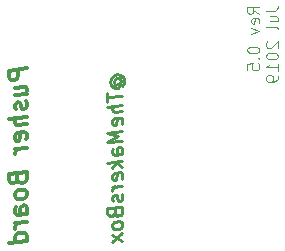
<source format=gbo>
G04 #@! TF.FileFunction,Legend,Bot*
%FSLAX46Y46*%
G04 Gerber Fmt 4.6, Leading zero omitted, Abs format (unit mm)*
G04 Created by KiCad (PCBNEW 4.0.7) date 07/04/19 18:57:09*
%MOMM*%
%LPD*%
G01*
G04 APERTURE LIST*
%ADD10C,0.100000*%
%ADD11C,0.250000*%
%ADD12C,0.375000*%
G04 APERTURE END LIST*
D10*
D11*
X205468238Y-58148482D02*
X205408714Y-58096399D01*
X205349190Y-57984791D01*
X205349190Y-57865744D01*
X205408714Y-57739256D01*
X205468238Y-57672291D01*
X205587286Y-57597886D01*
X205706333Y-57583005D01*
X205825381Y-57627648D01*
X205884905Y-57679732D01*
X205944429Y-57791339D01*
X205944429Y-57910386D01*
X205884905Y-58036875D01*
X205825381Y-58103839D01*
X205349190Y-58163363D02*
X205825381Y-58103839D01*
X205884905Y-58155922D01*
X205884905Y-58215446D01*
X205825381Y-58341934D01*
X205706333Y-58416339D01*
X205408714Y-58453542D01*
X205230143Y-58356815D01*
X205111095Y-58193125D01*
X205051571Y-57962470D01*
X205111095Y-57716934D01*
X205230143Y-57523482D01*
X205408714Y-57382113D01*
X205646810Y-57292827D01*
X205884905Y-57322589D01*
X206063476Y-57419316D01*
X206182524Y-57583005D01*
X206242048Y-57813660D01*
X206182524Y-58059196D01*
X206063476Y-58252649D01*
X204813476Y-58885090D02*
X204813476Y-59599375D01*
X206063476Y-59085982D02*
X204813476Y-59242232D01*
X206063476Y-59859792D02*
X204813476Y-60016042D01*
X206063476Y-60395506D02*
X205408714Y-60477351D01*
X205289667Y-60432709D01*
X205230143Y-60321101D01*
X205230143Y-60142529D01*
X205289667Y-60016042D01*
X205349190Y-59949077D01*
X206003952Y-61474375D02*
X206063476Y-61347887D01*
X206063476Y-61109792D01*
X206003952Y-60998184D01*
X205884905Y-60953541D01*
X205408714Y-61013065D01*
X205289667Y-61087470D01*
X205230143Y-61213958D01*
X205230143Y-61452053D01*
X205289667Y-61563661D01*
X205408714Y-61608303D01*
X205527762Y-61593422D01*
X205646810Y-60983303D01*
X206063476Y-62062173D02*
X204813476Y-62218423D01*
X205706333Y-62523482D01*
X204813476Y-63051756D01*
X206063476Y-62895506D01*
X206063476Y-64026458D02*
X205408714Y-64108303D01*
X205289667Y-64063661D01*
X205230143Y-63952053D01*
X205230143Y-63713958D01*
X205289667Y-63587470D01*
X206003952Y-64033898D02*
X206063476Y-63907411D01*
X206063476Y-63609792D01*
X206003952Y-63498184D01*
X205884905Y-63453541D01*
X205765857Y-63468422D01*
X205646810Y-63542827D01*
X205587286Y-63669315D01*
X205587286Y-63966934D01*
X205527762Y-64093422D01*
X206063476Y-64621696D02*
X204813476Y-64777946D01*
X205587286Y-64800267D02*
X206063476Y-65097887D01*
X205230143Y-65202053D02*
X205706333Y-64666338D01*
X206003952Y-66117232D02*
X206063476Y-65990744D01*
X206063476Y-65752649D01*
X206003952Y-65641041D01*
X205884905Y-65596398D01*
X205408714Y-65655922D01*
X205289667Y-65730327D01*
X205230143Y-65856815D01*
X205230143Y-66094910D01*
X205289667Y-66206518D01*
X205408714Y-66251160D01*
X205527762Y-66236279D01*
X205646810Y-65626160D01*
X206063476Y-66705030D02*
X205230143Y-66809196D01*
X205468238Y-66779434D02*
X205349190Y-66853839D01*
X205289667Y-66920804D01*
X205230143Y-67047291D01*
X205230143Y-67166339D01*
X206003952Y-67426756D02*
X206063476Y-67538364D01*
X206063476Y-67776459D01*
X206003952Y-67902947D01*
X205884905Y-67977352D01*
X205825381Y-67984792D01*
X205706333Y-67940149D01*
X205646810Y-67828542D01*
X205646810Y-67649971D01*
X205587286Y-67538363D01*
X205468238Y-67493720D01*
X205408714Y-67501161D01*
X205289667Y-67575566D01*
X205230143Y-67702054D01*
X205230143Y-67880625D01*
X205289667Y-67992233D01*
X205408714Y-68989257D02*
X205468238Y-69160387D01*
X205527762Y-69212471D01*
X205646810Y-69257114D01*
X205825381Y-69234792D01*
X205944429Y-69160387D01*
X206003952Y-69093423D01*
X206063476Y-68966936D01*
X206063476Y-68490745D01*
X204813476Y-68646995D01*
X204813476Y-69063662D01*
X204873000Y-69175268D01*
X204932524Y-69227352D01*
X205051571Y-69271995D01*
X205170619Y-69257114D01*
X205289667Y-69182709D01*
X205349190Y-69115744D01*
X205408714Y-68989257D01*
X205408714Y-68572590D01*
X206063476Y-69919316D02*
X206003952Y-69807709D01*
X205944429Y-69755625D01*
X205825381Y-69710982D01*
X205468238Y-69755625D01*
X205349190Y-69830030D01*
X205289667Y-69896995D01*
X205230143Y-70023482D01*
X205230143Y-70202054D01*
X205289667Y-70313662D01*
X205349190Y-70365744D01*
X205468238Y-70410387D01*
X205825381Y-70365744D01*
X205944429Y-70291339D01*
X206003952Y-70224376D01*
X206063476Y-70097888D01*
X206063476Y-69919316D01*
X206063476Y-70752649D02*
X205230143Y-71511577D01*
X205230143Y-70856815D02*
X206063476Y-71407411D01*
D10*
X217650381Y-52174524D02*
X217174190Y-51841190D01*
X217650381Y-51603095D02*
X216650381Y-51603095D01*
X216650381Y-51984048D01*
X216698000Y-52079286D01*
X216745619Y-52126905D01*
X216840857Y-52174524D01*
X216983714Y-52174524D01*
X217078952Y-52126905D01*
X217126571Y-52079286D01*
X217174190Y-51984048D01*
X217174190Y-51603095D01*
X217602762Y-52984048D02*
X217650381Y-52888810D01*
X217650381Y-52698333D01*
X217602762Y-52603095D01*
X217507524Y-52555476D01*
X217126571Y-52555476D01*
X217031333Y-52603095D01*
X216983714Y-52698333D01*
X216983714Y-52888810D01*
X217031333Y-52984048D01*
X217126571Y-53031667D01*
X217221810Y-53031667D01*
X217317048Y-52555476D01*
X216983714Y-53365000D02*
X217650381Y-53603095D01*
X216983714Y-53841191D01*
X216650381Y-55174524D02*
X216650381Y-55269763D01*
X216698000Y-55365001D01*
X216745619Y-55412620D01*
X216840857Y-55460239D01*
X217031333Y-55507858D01*
X217269429Y-55507858D01*
X217459905Y-55460239D01*
X217555143Y-55412620D01*
X217602762Y-55365001D01*
X217650381Y-55269763D01*
X217650381Y-55174524D01*
X217602762Y-55079286D01*
X217555143Y-55031667D01*
X217459905Y-54984048D01*
X217269429Y-54936429D01*
X217031333Y-54936429D01*
X216840857Y-54984048D01*
X216745619Y-55031667D01*
X216698000Y-55079286D01*
X216650381Y-55174524D01*
X217555143Y-55936429D02*
X217602762Y-55984048D01*
X217650381Y-55936429D01*
X217602762Y-55888810D01*
X217555143Y-55936429D01*
X217650381Y-55936429D01*
X216650381Y-56888810D02*
X216650381Y-56412619D01*
X217126571Y-56365000D01*
X217078952Y-56412619D01*
X217031333Y-56507857D01*
X217031333Y-56745953D01*
X217078952Y-56841191D01*
X217126571Y-56888810D01*
X217221810Y-56936429D01*
X217459905Y-56936429D01*
X217555143Y-56888810D01*
X217602762Y-56841191D01*
X217650381Y-56745953D01*
X217650381Y-56507857D01*
X217602762Y-56412619D01*
X217555143Y-56365000D01*
X218250381Y-51888810D02*
X218964667Y-51888810D01*
X219107524Y-51841190D01*
X219202762Y-51745952D01*
X219250381Y-51603095D01*
X219250381Y-51507857D01*
X218583714Y-52793572D02*
X219250381Y-52793572D01*
X218583714Y-52365000D02*
X219107524Y-52365000D01*
X219202762Y-52412619D01*
X219250381Y-52507857D01*
X219250381Y-52650715D01*
X219202762Y-52745953D01*
X219155143Y-52793572D01*
X219250381Y-53412619D02*
X219202762Y-53317381D01*
X219107524Y-53269762D01*
X218250381Y-53269762D01*
X218345619Y-54507858D02*
X218298000Y-54555477D01*
X218250381Y-54650715D01*
X218250381Y-54888811D01*
X218298000Y-54984049D01*
X218345619Y-55031668D01*
X218440857Y-55079287D01*
X218536095Y-55079287D01*
X218678952Y-55031668D01*
X219250381Y-54460239D01*
X219250381Y-55079287D01*
X218250381Y-55698334D02*
X218250381Y-55793573D01*
X218298000Y-55888811D01*
X218345619Y-55936430D01*
X218440857Y-55984049D01*
X218631333Y-56031668D01*
X218869429Y-56031668D01*
X219059905Y-55984049D01*
X219155143Y-55936430D01*
X219202762Y-55888811D01*
X219250381Y-55793573D01*
X219250381Y-55698334D01*
X219202762Y-55603096D01*
X219155143Y-55555477D01*
X219059905Y-55507858D01*
X218869429Y-55460239D01*
X218631333Y-55460239D01*
X218440857Y-55507858D01*
X218345619Y-55555477D01*
X218298000Y-55603096D01*
X218250381Y-55698334D01*
X219250381Y-56984049D02*
X219250381Y-56412620D01*
X219250381Y-56698334D02*
X218250381Y-56698334D01*
X218393238Y-56603096D01*
X218488476Y-56507858D01*
X218536095Y-56412620D01*
X219250381Y-57460239D02*
X219250381Y-57650715D01*
X219202762Y-57745954D01*
X219155143Y-57793573D01*
X219012286Y-57888811D01*
X218821810Y-57936430D01*
X218440857Y-57936430D01*
X218345619Y-57888811D01*
X218298000Y-57841192D01*
X218250381Y-57745954D01*
X218250381Y-57555477D01*
X218298000Y-57460239D01*
X218345619Y-57412620D01*
X218440857Y-57365001D01*
X218678952Y-57365001D01*
X218774190Y-57412620D01*
X218821810Y-57460239D01*
X218869429Y-57555477D01*
X218869429Y-57745954D01*
X218821810Y-57841192D01*
X218774190Y-57888811D01*
X218678952Y-57936430D01*
D12*
X197976571Y-56794465D02*
X196476571Y-56981965D01*
X196476571Y-57553393D01*
X196548000Y-57687322D01*
X196619429Y-57749821D01*
X196762286Y-57803393D01*
X196976571Y-57776608D01*
X197119429Y-57687321D01*
X197190857Y-57606965D01*
X197262286Y-57455178D01*
X197262286Y-56883750D01*
X196976571Y-59062322D02*
X197976571Y-58937322D01*
X196976571Y-58419465D02*
X197762286Y-58321250D01*
X197905143Y-58374821D01*
X197976571Y-58508751D01*
X197976571Y-58723036D01*
X197905143Y-58874821D01*
X197833714Y-58955179D01*
X197905143Y-59589107D02*
X197976571Y-59723036D01*
X197976571Y-60008751D01*
X197905143Y-60160536D01*
X197762286Y-60249821D01*
X197690857Y-60258750D01*
X197548000Y-60205179D01*
X197476571Y-60071251D01*
X197476571Y-59856965D01*
X197405143Y-59723036D01*
X197262286Y-59669464D01*
X197190857Y-59678393D01*
X197048000Y-59767679D01*
X196976571Y-59919465D01*
X196976571Y-60133751D01*
X197048000Y-60267679D01*
X197976571Y-60865894D02*
X196476571Y-61053394D01*
X197976571Y-61508751D02*
X197190857Y-61606965D01*
X197048000Y-61553393D01*
X196976571Y-61419465D01*
X196976571Y-61205180D01*
X197048000Y-61053393D01*
X197119429Y-60973036D01*
X197905143Y-62803393D02*
X197976571Y-62651608D01*
X197976571Y-62365894D01*
X197905143Y-62231965D01*
X197762286Y-62178393D01*
X197190857Y-62249822D01*
X197048000Y-62339108D01*
X196976571Y-62490894D01*
X196976571Y-62776608D01*
X197048000Y-62910536D01*
X197190857Y-62964108D01*
X197333714Y-62946251D01*
X197476571Y-62214108D01*
X197976571Y-63508751D02*
X196976571Y-63633751D01*
X197262286Y-63598036D02*
X197119429Y-63687321D01*
X197048000Y-63767679D01*
X196976571Y-63919465D01*
X196976571Y-64062322D01*
X197190857Y-66178393D02*
X197262286Y-66383750D01*
X197333714Y-66446250D01*
X197476571Y-66499822D01*
X197690857Y-66473036D01*
X197833714Y-66383750D01*
X197905143Y-66303393D01*
X197976571Y-66151607D01*
X197976571Y-65580179D01*
X196476571Y-65767679D01*
X196476571Y-66267679D01*
X196548000Y-66401607D01*
X196619429Y-66464107D01*
X196762286Y-66517678D01*
X196905143Y-66499821D01*
X197048000Y-66410536D01*
X197119429Y-66330178D01*
X197190857Y-66178393D01*
X197190857Y-65678393D01*
X197976571Y-67294465D02*
X197905143Y-67160535D01*
X197833714Y-67098036D01*
X197690857Y-67044464D01*
X197262286Y-67098035D01*
X197119429Y-67187321D01*
X197048000Y-67267678D01*
X196976571Y-67419465D01*
X196976571Y-67633750D01*
X197048000Y-67767678D01*
X197119429Y-67830178D01*
X197262286Y-67883750D01*
X197690857Y-67830179D01*
X197833714Y-67740893D01*
X197905143Y-67660535D01*
X197976571Y-67508750D01*
X197976571Y-67294465D01*
X197976571Y-69080179D02*
X197190857Y-69178393D01*
X197048000Y-69124821D01*
X196976571Y-68990893D01*
X196976571Y-68705179D01*
X197048000Y-68553393D01*
X197905143Y-69089107D02*
X197976571Y-68937322D01*
X197976571Y-68580179D01*
X197905143Y-68446250D01*
X197762286Y-68392678D01*
X197619429Y-68410535D01*
X197476571Y-68499822D01*
X197405143Y-68651607D01*
X197405143Y-69008750D01*
X197333714Y-69160536D01*
X197976571Y-69794465D02*
X196976571Y-69919465D01*
X197262286Y-69883750D02*
X197119429Y-69973035D01*
X197048000Y-70053393D01*
X196976571Y-70205179D01*
X196976571Y-70348036D01*
X197976571Y-71365893D02*
X196476571Y-71553393D01*
X197905143Y-71374821D02*
X197976571Y-71223036D01*
X197976571Y-70937322D01*
X197905143Y-70803392D01*
X197833714Y-70740893D01*
X197690857Y-70687321D01*
X197262286Y-70740892D01*
X197119429Y-70830178D01*
X197048000Y-70910535D01*
X196976571Y-71062322D01*
X196976571Y-71348036D01*
X197048000Y-71481964D01*
M02*

</source>
